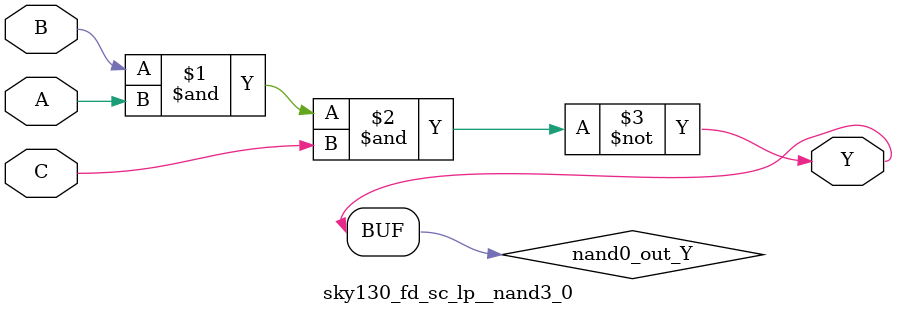
<source format=v>
/*
 * Copyright 2020 The SkyWater PDK Authors
 *
 * Licensed under the Apache License, Version 2.0 (the "License");
 * you may not use this file except in compliance with the License.
 * You may obtain a copy of the License at
 *
 *     https://www.apache.org/licenses/LICENSE-2.0
 *
 * Unless required by applicable law or agreed to in writing, software
 * distributed under the License is distributed on an "AS IS" BASIS,
 * WITHOUT WARRANTIES OR CONDITIONS OF ANY KIND, either express or implied.
 * See the License for the specific language governing permissions and
 * limitations under the License.
 *
 * SPDX-License-Identifier: Apache-2.0
*/


`ifndef SKY130_FD_SC_LP__NAND3_0_FUNCTIONAL_V
`define SKY130_FD_SC_LP__NAND3_0_FUNCTIONAL_V

/**
 * nand3: 3-input NAND.
 *
 * Verilog simulation functional model.
 */

`timescale 1ns / 1ps
`default_nettype none

`celldefine
module sky130_fd_sc_lp__nand3_0 (
    Y,
    A,
    B,
    C
);

    // Module ports
    output Y;
    input  A;
    input  B;
    input  C;

    // Local signals
    wire nand0_out_Y;

    //   Name   Output       Other arguments
    nand nand0 (nand0_out_Y, B, A, C        );
    buf  buf0  (Y          , nand0_out_Y    );

endmodule
`endcelldefine

`default_nettype wire
`endif  // SKY130_FD_SC_LP__NAND3_0_FUNCTIONAL_V

</source>
